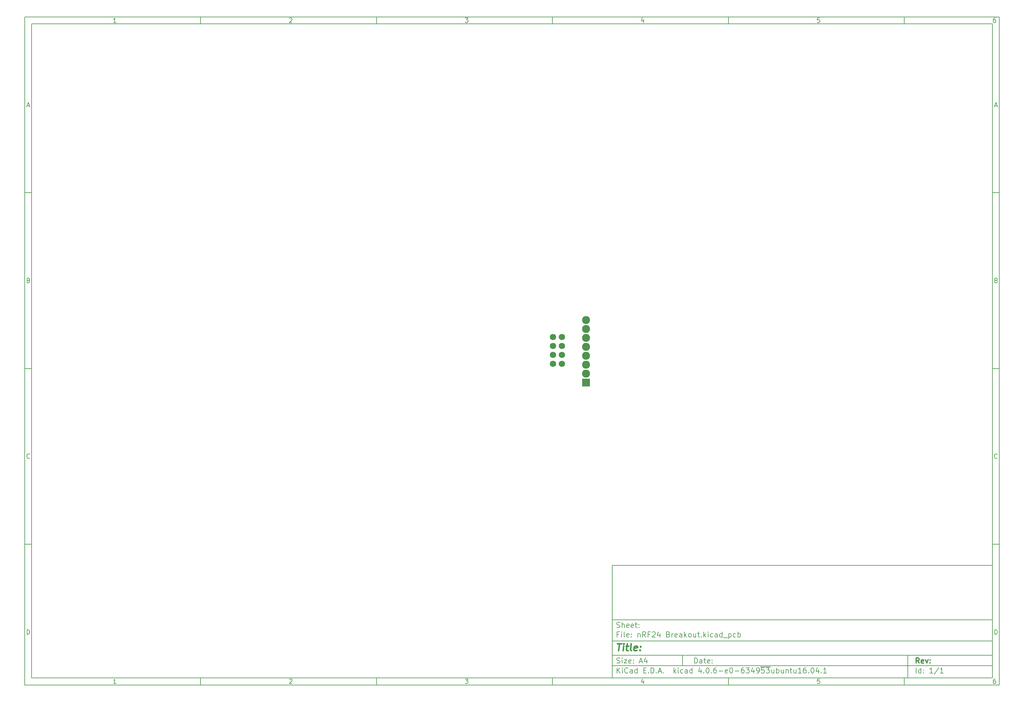
<source format=gts>
G04 #@! TF.FileFunction,Soldermask,Top*
%FSLAX46Y46*%
G04 Gerber Fmt 4.6, Leading zero omitted, Abs format (unit mm)*
G04 Created by KiCad (PCBNEW 4.0.6-e0-6349~53~ubuntu16.04.1) date Wed Jun 21 09:44:30 2017*
%MOMM*%
%LPD*%
G01*
G04 APERTURE LIST*
%ADD10C,0.100000*%
%ADD11C,0.150000*%
%ADD12C,0.300000*%
%ADD13C,0.400000*%
%ADD14R,2.279600X2.279600*%
%ADD15C,2.279600*%
%ADD16C,1.808000*%
G04 APERTURE END LIST*
D10*
D11*
X177002200Y-166007200D02*
X177002200Y-198007200D01*
X285002200Y-198007200D01*
X285002200Y-166007200D01*
X177002200Y-166007200D01*
D10*
D11*
X10000000Y-10000000D02*
X10000000Y-200007200D01*
X287002200Y-200007200D01*
X287002200Y-10000000D01*
X10000000Y-10000000D01*
D10*
D11*
X12000000Y-12000000D02*
X12000000Y-198007200D01*
X285002200Y-198007200D01*
X285002200Y-12000000D01*
X12000000Y-12000000D01*
D10*
D11*
X60000000Y-12000000D02*
X60000000Y-10000000D01*
D10*
D11*
X110000000Y-12000000D02*
X110000000Y-10000000D01*
D10*
D11*
X160000000Y-12000000D02*
X160000000Y-10000000D01*
D10*
D11*
X210000000Y-12000000D02*
X210000000Y-10000000D01*
D10*
D11*
X260000000Y-12000000D02*
X260000000Y-10000000D01*
D10*
D11*
X35990476Y-11588095D02*
X35247619Y-11588095D01*
X35619048Y-11588095D02*
X35619048Y-10288095D01*
X35495238Y-10473810D01*
X35371429Y-10597619D01*
X35247619Y-10659524D01*
D10*
D11*
X85247619Y-10411905D02*
X85309524Y-10350000D01*
X85433333Y-10288095D01*
X85742857Y-10288095D01*
X85866667Y-10350000D01*
X85928571Y-10411905D01*
X85990476Y-10535714D01*
X85990476Y-10659524D01*
X85928571Y-10845238D01*
X85185714Y-11588095D01*
X85990476Y-11588095D01*
D10*
D11*
X135185714Y-10288095D02*
X135990476Y-10288095D01*
X135557143Y-10783333D01*
X135742857Y-10783333D01*
X135866667Y-10845238D01*
X135928571Y-10907143D01*
X135990476Y-11030952D01*
X135990476Y-11340476D01*
X135928571Y-11464286D01*
X135866667Y-11526190D01*
X135742857Y-11588095D01*
X135371429Y-11588095D01*
X135247619Y-11526190D01*
X135185714Y-11464286D01*
D10*
D11*
X185866667Y-10721429D02*
X185866667Y-11588095D01*
X185557143Y-10226190D02*
X185247619Y-11154762D01*
X186052381Y-11154762D01*
D10*
D11*
X235928571Y-10288095D02*
X235309524Y-10288095D01*
X235247619Y-10907143D01*
X235309524Y-10845238D01*
X235433333Y-10783333D01*
X235742857Y-10783333D01*
X235866667Y-10845238D01*
X235928571Y-10907143D01*
X235990476Y-11030952D01*
X235990476Y-11340476D01*
X235928571Y-11464286D01*
X235866667Y-11526190D01*
X235742857Y-11588095D01*
X235433333Y-11588095D01*
X235309524Y-11526190D01*
X235247619Y-11464286D01*
D10*
D11*
X285866667Y-10288095D02*
X285619048Y-10288095D01*
X285495238Y-10350000D01*
X285433333Y-10411905D01*
X285309524Y-10597619D01*
X285247619Y-10845238D01*
X285247619Y-11340476D01*
X285309524Y-11464286D01*
X285371429Y-11526190D01*
X285495238Y-11588095D01*
X285742857Y-11588095D01*
X285866667Y-11526190D01*
X285928571Y-11464286D01*
X285990476Y-11340476D01*
X285990476Y-11030952D01*
X285928571Y-10907143D01*
X285866667Y-10845238D01*
X285742857Y-10783333D01*
X285495238Y-10783333D01*
X285371429Y-10845238D01*
X285309524Y-10907143D01*
X285247619Y-11030952D01*
D10*
D11*
X60000000Y-198007200D02*
X60000000Y-200007200D01*
D10*
D11*
X110000000Y-198007200D02*
X110000000Y-200007200D01*
D10*
D11*
X160000000Y-198007200D02*
X160000000Y-200007200D01*
D10*
D11*
X210000000Y-198007200D02*
X210000000Y-200007200D01*
D10*
D11*
X260000000Y-198007200D02*
X260000000Y-200007200D01*
D10*
D11*
X35990476Y-199595295D02*
X35247619Y-199595295D01*
X35619048Y-199595295D02*
X35619048Y-198295295D01*
X35495238Y-198481010D01*
X35371429Y-198604819D01*
X35247619Y-198666724D01*
D10*
D11*
X85247619Y-198419105D02*
X85309524Y-198357200D01*
X85433333Y-198295295D01*
X85742857Y-198295295D01*
X85866667Y-198357200D01*
X85928571Y-198419105D01*
X85990476Y-198542914D01*
X85990476Y-198666724D01*
X85928571Y-198852438D01*
X85185714Y-199595295D01*
X85990476Y-199595295D01*
D10*
D11*
X135185714Y-198295295D02*
X135990476Y-198295295D01*
X135557143Y-198790533D01*
X135742857Y-198790533D01*
X135866667Y-198852438D01*
X135928571Y-198914343D01*
X135990476Y-199038152D01*
X135990476Y-199347676D01*
X135928571Y-199471486D01*
X135866667Y-199533390D01*
X135742857Y-199595295D01*
X135371429Y-199595295D01*
X135247619Y-199533390D01*
X135185714Y-199471486D01*
D10*
D11*
X185866667Y-198728629D02*
X185866667Y-199595295D01*
X185557143Y-198233390D02*
X185247619Y-199161962D01*
X186052381Y-199161962D01*
D10*
D11*
X235928571Y-198295295D02*
X235309524Y-198295295D01*
X235247619Y-198914343D01*
X235309524Y-198852438D01*
X235433333Y-198790533D01*
X235742857Y-198790533D01*
X235866667Y-198852438D01*
X235928571Y-198914343D01*
X235990476Y-199038152D01*
X235990476Y-199347676D01*
X235928571Y-199471486D01*
X235866667Y-199533390D01*
X235742857Y-199595295D01*
X235433333Y-199595295D01*
X235309524Y-199533390D01*
X235247619Y-199471486D01*
D10*
D11*
X285866667Y-198295295D02*
X285619048Y-198295295D01*
X285495238Y-198357200D01*
X285433333Y-198419105D01*
X285309524Y-198604819D01*
X285247619Y-198852438D01*
X285247619Y-199347676D01*
X285309524Y-199471486D01*
X285371429Y-199533390D01*
X285495238Y-199595295D01*
X285742857Y-199595295D01*
X285866667Y-199533390D01*
X285928571Y-199471486D01*
X285990476Y-199347676D01*
X285990476Y-199038152D01*
X285928571Y-198914343D01*
X285866667Y-198852438D01*
X285742857Y-198790533D01*
X285495238Y-198790533D01*
X285371429Y-198852438D01*
X285309524Y-198914343D01*
X285247619Y-199038152D01*
D10*
D11*
X10000000Y-60000000D02*
X12000000Y-60000000D01*
D10*
D11*
X10000000Y-110000000D02*
X12000000Y-110000000D01*
D10*
D11*
X10000000Y-160000000D02*
X12000000Y-160000000D01*
D10*
D11*
X10690476Y-35216667D02*
X11309524Y-35216667D01*
X10566667Y-35588095D02*
X11000000Y-34288095D01*
X11433333Y-35588095D01*
D10*
D11*
X11092857Y-84907143D02*
X11278571Y-84969048D01*
X11340476Y-85030952D01*
X11402381Y-85154762D01*
X11402381Y-85340476D01*
X11340476Y-85464286D01*
X11278571Y-85526190D01*
X11154762Y-85588095D01*
X10659524Y-85588095D01*
X10659524Y-84288095D01*
X11092857Y-84288095D01*
X11216667Y-84350000D01*
X11278571Y-84411905D01*
X11340476Y-84535714D01*
X11340476Y-84659524D01*
X11278571Y-84783333D01*
X11216667Y-84845238D01*
X11092857Y-84907143D01*
X10659524Y-84907143D01*
D10*
D11*
X11402381Y-135464286D02*
X11340476Y-135526190D01*
X11154762Y-135588095D01*
X11030952Y-135588095D01*
X10845238Y-135526190D01*
X10721429Y-135402381D01*
X10659524Y-135278571D01*
X10597619Y-135030952D01*
X10597619Y-134845238D01*
X10659524Y-134597619D01*
X10721429Y-134473810D01*
X10845238Y-134350000D01*
X11030952Y-134288095D01*
X11154762Y-134288095D01*
X11340476Y-134350000D01*
X11402381Y-134411905D01*
D10*
D11*
X10659524Y-185588095D02*
X10659524Y-184288095D01*
X10969048Y-184288095D01*
X11154762Y-184350000D01*
X11278571Y-184473810D01*
X11340476Y-184597619D01*
X11402381Y-184845238D01*
X11402381Y-185030952D01*
X11340476Y-185278571D01*
X11278571Y-185402381D01*
X11154762Y-185526190D01*
X10969048Y-185588095D01*
X10659524Y-185588095D01*
D10*
D11*
X287002200Y-60000000D02*
X285002200Y-60000000D01*
D10*
D11*
X287002200Y-110000000D02*
X285002200Y-110000000D01*
D10*
D11*
X287002200Y-160000000D02*
X285002200Y-160000000D01*
D10*
D11*
X285692676Y-35216667D02*
X286311724Y-35216667D01*
X285568867Y-35588095D02*
X286002200Y-34288095D01*
X286435533Y-35588095D01*
D10*
D11*
X286095057Y-84907143D02*
X286280771Y-84969048D01*
X286342676Y-85030952D01*
X286404581Y-85154762D01*
X286404581Y-85340476D01*
X286342676Y-85464286D01*
X286280771Y-85526190D01*
X286156962Y-85588095D01*
X285661724Y-85588095D01*
X285661724Y-84288095D01*
X286095057Y-84288095D01*
X286218867Y-84350000D01*
X286280771Y-84411905D01*
X286342676Y-84535714D01*
X286342676Y-84659524D01*
X286280771Y-84783333D01*
X286218867Y-84845238D01*
X286095057Y-84907143D01*
X285661724Y-84907143D01*
D10*
D11*
X286404581Y-135464286D02*
X286342676Y-135526190D01*
X286156962Y-135588095D01*
X286033152Y-135588095D01*
X285847438Y-135526190D01*
X285723629Y-135402381D01*
X285661724Y-135278571D01*
X285599819Y-135030952D01*
X285599819Y-134845238D01*
X285661724Y-134597619D01*
X285723629Y-134473810D01*
X285847438Y-134350000D01*
X286033152Y-134288095D01*
X286156962Y-134288095D01*
X286342676Y-134350000D01*
X286404581Y-134411905D01*
D10*
D11*
X285661724Y-185588095D02*
X285661724Y-184288095D01*
X285971248Y-184288095D01*
X286156962Y-184350000D01*
X286280771Y-184473810D01*
X286342676Y-184597619D01*
X286404581Y-184845238D01*
X286404581Y-185030952D01*
X286342676Y-185278571D01*
X286280771Y-185402381D01*
X286156962Y-185526190D01*
X285971248Y-185588095D01*
X285661724Y-185588095D01*
D10*
D11*
X200359343Y-193785771D02*
X200359343Y-192285771D01*
X200716486Y-192285771D01*
X200930771Y-192357200D01*
X201073629Y-192500057D01*
X201145057Y-192642914D01*
X201216486Y-192928629D01*
X201216486Y-193142914D01*
X201145057Y-193428629D01*
X201073629Y-193571486D01*
X200930771Y-193714343D01*
X200716486Y-193785771D01*
X200359343Y-193785771D01*
X202502200Y-193785771D02*
X202502200Y-193000057D01*
X202430771Y-192857200D01*
X202287914Y-192785771D01*
X202002200Y-192785771D01*
X201859343Y-192857200D01*
X202502200Y-193714343D02*
X202359343Y-193785771D01*
X202002200Y-193785771D01*
X201859343Y-193714343D01*
X201787914Y-193571486D01*
X201787914Y-193428629D01*
X201859343Y-193285771D01*
X202002200Y-193214343D01*
X202359343Y-193214343D01*
X202502200Y-193142914D01*
X203002200Y-192785771D02*
X203573629Y-192785771D01*
X203216486Y-192285771D02*
X203216486Y-193571486D01*
X203287914Y-193714343D01*
X203430772Y-193785771D01*
X203573629Y-193785771D01*
X204645057Y-193714343D02*
X204502200Y-193785771D01*
X204216486Y-193785771D01*
X204073629Y-193714343D01*
X204002200Y-193571486D01*
X204002200Y-193000057D01*
X204073629Y-192857200D01*
X204216486Y-192785771D01*
X204502200Y-192785771D01*
X204645057Y-192857200D01*
X204716486Y-193000057D01*
X204716486Y-193142914D01*
X204002200Y-193285771D01*
X205359343Y-193642914D02*
X205430771Y-193714343D01*
X205359343Y-193785771D01*
X205287914Y-193714343D01*
X205359343Y-193642914D01*
X205359343Y-193785771D01*
X205359343Y-192857200D02*
X205430771Y-192928629D01*
X205359343Y-193000057D01*
X205287914Y-192928629D01*
X205359343Y-192857200D01*
X205359343Y-193000057D01*
D10*
D11*
X177002200Y-194507200D02*
X285002200Y-194507200D01*
D10*
D11*
X178359343Y-196585771D02*
X178359343Y-195085771D01*
X179216486Y-196585771D02*
X178573629Y-195728629D01*
X179216486Y-195085771D02*
X178359343Y-195942914D01*
X179859343Y-196585771D02*
X179859343Y-195585771D01*
X179859343Y-195085771D02*
X179787914Y-195157200D01*
X179859343Y-195228629D01*
X179930771Y-195157200D01*
X179859343Y-195085771D01*
X179859343Y-195228629D01*
X181430772Y-196442914D02*
X181359343Y-196514343D01*
X181145057Y-196585771D01*
X181002200Y-196585771D01*
X180787915Y-196514343D01*
X180645057Y-196371486D01*
X180573629Y-196228629D01*
X180502200Y-195942914D01*
X180502200Y-195728629D01*
X180573629Y-195442914D01*
X180645057Y-195300057D01*
X180787915Y-195157200D01*
X181002200Y-195085771D01*
X181145057Y-195085771D01*
X181359343Y-195157200D01*
X181430772Y-195228629D01*
X182716486Y-196585771D02*
X182716486Y-195800057D01*
X182645057Y-195657200D01*
X182502200Y-195585771D01*
X182216486Y-195585771D01*
X182073629Y-195657200D01*
X182716486Y-196514343D02*
X182573629Y-196585771D01*
X182216486Y-196585771D01*
X182073629Y-196514343D01*
X182002200Y-196371486D01*
X182002200Y-196228629D01*
X182073629Y-196085771D01*
X182216486Y-196014343D01*
X182573629Y-196014343D01*
X182716486Y-195942914D01*
X184073629Y-196585771D02*
X184073629Y-195085771D01*
X184073629Y-196514343D02*
X183930772Y-196585771D01*
X183645058Y-196585771D01*
X183502200Y-196514343D01*
X183430772Y-196442914D01*
X183359343Y-196300057D01*
X183359343Y-195871486D01*
X183430772Y-195728629D01*
X183502200Y-195657200D01*
X183645058Y-195585771D01*
X183930772Y-195585771D01*
X184073629Y-195657200D01*
X185930772Y-195800057D02*
X186430772Y-195800057D01*
X186645058Y-196585771D02*
X185930772Y-196585771D01*
X185930772Y-195085771D01*
X186645058Y-195085771D01*
X187287915Y-196442914D02*
X187359343Y-196514343D01*
X187287915Y-196585771D01*
X187216486Y-196514343D01*
X187287915Y-196442914D01*
X187287915Y-196585771D01*
X188002201Y-196585771D02*
X188002201Y-195085771D01*
X188359344Y-195085771D01*
X188573629Y-195157200D01*
X188716487Y-195300057D01*
X188787915Y-195442914D01*
X188859344Y-195728629D01*
X188859344Y-195942914D01*
X188787915Y-196228629D01*
X188716487Y-196371486D01*
X188573629Y-196514343D01*
X188359344Y-196585771D01*
X188002201Y-196585771D01*
X189502201Y-196442914D02*
X189573629Y-196514343D01*
X189502201Y-196585771D01*
X189430772Y-196514343D01*
X189502201Y-196442914D01*
X189502201Y-196585771D01*
X190145058Y-196157200D02*
X190859344Y-196157200D01*
X190002201Y-196585771D02*
X190502201Y-195085771D01*
X191002201Y-196585771D01*
X191502201Y-196442914D02*
X191573629Y-196514343D01*
X191502201Y-196585771D01*
X191430772Y-196514343D01*
X191502201Y-196442914D01*
X191502201Y-196585771D01*
X194502201Y-196585771D02*
X194502201Y-195085771D01*
X194645058Y-196014343D02*
X195073629Y-196585771D01*
X195073629Y-195585771D02*
X194502201Y-196157200D01*
X195716487Y-196585771D02*
X195716487Y-195585771D01*
X195716487Y-195085771D02*
X195645058Y-195157200D01*
X195716487Y-195228629D01*
X195787915Y-195157200D01*
X195716487Y-195085771D01*
X195716487Y-195228629D01*
X197073630Y-196514343D02*
X196930773Y-196585771D01*
X196645059Y-196585771D01*
X196502201Y-196514343D01*
X196430773Y-196442914D01*
X196359344Y-196300057D01*
X196359344Y-195871486D01*
X196430773Y-195728629D01*
X196502201Y-195657200D01*
X196645059Y-195585771D01*
X196930773Y-195585771D01*
X197073630Y-195657200D01*
X198359344Y-196585771D02*
X198359344Y-195800057D01*
X198287915Y-195657200D01*
X198145058Y-195585771D01*
X197859344Y-195585771D01*
X197716487Y-195657200D01*
X198359344Y-196514343D02*
X198216487Y-196585771D01*
X197859344Y-196585771D01*
X197716487Y-196514343D01*
X197645058Y-196371486D01*
X197645058Y-196228629D01*
X197716487Y-196085771D01*
X197859344Y-196014343D01*
X198216487Y-196014343D01*
X198359344Y-195942914D01*
X199716487Y-196585771D02*
X199716487Y-195085771D01*
X199716487Y-196514343D02*
X199573630Y-196585771D01*
X199287916Y-196585771D01*
X199145058Y-196514343D01*
X199073630Y-196442914D01*
X199002201Y-196300057D01*
X199002201Y-195871486D01*
X199073630Y-195728629D01*
X199145058Y-195657200D01*
X199287916Y-195585771D01*
X199573630Y-195585771D01*
X199716487Y-195657200D01*
X202216487Y-195585771D02*
X202216487Y-196585771D01*
X201859344Y-195014343D02*
X201502201Y-196085771D01*
X202430773Y-196085771D01*
X203002201Y-196442914D02*
X203073629Y-196514343D01*
X203002201Y-196585771D01*
X202930772Y-196514343D01*
X203002201Y-196442914D01*
X203002201Y-196585771D01*
X204002201Y-195085771D02*
X204145058Y-195085771D01*
X204287915Y-195157200D01*
X204359344Y-195228629D01*
X204430773Y-195371486D01*
X204502201Y-195657200D01*
X204502201Y-196014343D01*
X204430773Y-196300057D01*
X204359344Y-196442914D01*
X204287915Y-196514343D01*
X204145058Y-196585771D01*
X204002201Y-196585771D01*
X203859344Y-196514343D01*
X203787915Y-196442914D01*
X203716487Y-196300057D01*
X203645058Y-196014343D01*
X203645058Y-195657200D01*
X203716487Y-195371486D01*
X203787915Y-195228629D01*
X203859344Y-195157200D01*
X204002201Y-195085771D01*
X205145058Y-196442914D02*
X205216486Y-196514343D01*
X205145058Y-196585771D01*
X205073629Y-196514343D01*
X205145058Y-196442914D01*
X205145058Y-196585771D01*
X206502201Y-195085771D02*
X206216487Y-195085771D01*
X206073630Y-195157200D01*
X206002201Y-195228629D01*
X205859344Y-195442914D01*
X205787915Y-195728629D01*
X205787915Y-196300057D01*
X205859344Y-196442914D01*
X205930772Y-196514343D01*
X206073630Y-196585771D01*
X206359344Y-196585771D01*
X206502201Y-196514343D01*
X206573630Y-196442914D01*
X206645058Y-196300057D01*
X206645058Y-195942914D01*
X206573630Y-195800057D01*
X206502201Y-195728629D01*
X206359344Y-195657200D01*
X206073630Y-195657200D01*
X205930772Y-195728629D01*
X205859344Y-195800057D01*
X205787915Y-195942914D01*
X207287915Y-196014343D02*
X208430772Y-196014343D01*
X209716486Y-196514343D02*
X209573629Y-196585771D01*
X209287915Y-196585771D01*
X209145058Y-196514343D01*
X209073629Y-196371486D01*
X209073629Y-195800057D01*
X209145058Y-195657200D01*
X209287915Y-195585771D01*
X209573629Y-195585771D01*
X209716486Y-195657200D01*
X209787915Y-195800057D01*
X209787915Y-195942914D01*
X209073629Y-196085771D01*
X210716486Y-195085771D02*
X210859343Y-195085771D01*
X211002200Y-195157200D01*
X211073629Y-195228629D01*
X211145058Y-195371486D01*
X211216486Y-195657200D01*
X211216486Y-196014343D01*
X211145058Y-196300057D01*
X211073629Y-196442914D01*
X211002200Y-196514343D01*
X210859343Y-196585771D01*
X210716486Y-196585771D01*
X210573629Y-196514343D01*
X210502200Y-196442914D01*
X210430772Y-196300057D01*
X210359343Y-196014343D01*
X210359343Y-195657200D01*
X210430772Y-195371486D01*
X210502200Y-195228629D01*
X210573629Y-195157200D01*
X210716486Y-195085771D01*
X211859343Y-196014343D02*
X213002200Y-196014343D01*
X214359343Y-195085771D02*
X214073629Y-195085771D01*
X213930772Y-195157200D01*
X213859343Y-195228629D01*
X213716486Y-195442914D01*
X213645057Y-195728629D01*
X213645057Y-196300057D01*
X213716486Y-196442914D01*
X213787914Y-196514343D01*
X213930772Y-196585771D01*
X214216486Y-196585771D01*
X214359343Y-196514343D01*
X214430772Y-196442914D01*
X214502200Y-196300057D01*
X214502200Y-195942914D01*
X214430772Y-195800057D01*
X214359343Y-195728629D01*
X214216486Y-195657200D01*
X213930772Y-195657200D01*
X213787914Y-195728629D01*
X213716486Y-195800057D01*
X213645057Y-195942914D01*
X215002200Y-195085771D02*
X215930771Y-195085771D01*
X215430771Y-195657200D01*
X215645057Y-195657200D01*
X215787914Y-195728629D01*
X215859343Y-195800057D01*
X215930771Y-195942914D01*
X215930771Y-196300057D01*
X215859343Y-196442914D01*
X215787914Y-196514343D01*
X215645057Y-196585771D01*
X215216485Y-196585771D01*
X215073628Y-196514343D01*
X215002200Y-196442914D01*
X217216485Y-195585771D02*
X217216485Y-196585771D01*
X216859342Y-195014343D02*
X216502199Y-196085771D01*
X217430771Y-196085771D01*
X218073627Y-196585771D02*
X218359342Y-196585771D01*
X218502199Y-196514343D01*
X218573627Y-196442914D01*
X218716485Y-196228629D01*
X218787913Y-195942914D01*
X218787913Y-195371486D01*
X218716485Y-195228629D01*
X218645056Y-195157200D01*
X218502199Y-195085771D01*
X218216485Y-195085771D01*
X218073627Y-195157200D01*
X218002199Y-195228629D01*
X217930770Y-195371486D01*
X217930770Y-195728629D01*
X218002199Y-195871486D01*
X218073627Y-195942914D01*
X218216485Y-196014343D01*
X218502199Y-196014343D01*
X218645056Y-195942914D01*
X218716485Y-195871486D01*
X218787913Y-195728629D01*
X220145056Y-195085771D02*
X219430770Y-195085771D01*
X219359341Y-195800057D01*
X219430770Y-195728629D01*
X219573627Y-195657200D01*
X219930770Y-195657200D01*
X220073627Y-195728629D01*
X220145056Y-195800057D01*
X220216484Y-195942914D01*
X220216484Y-196300057D01*
X220145056Y-196442914D01*
X220073627Y-196514343D01*
X219930770Y-196585771D01*
X219573627Y-196585771D01*
X219430770Y-196514343D01*
X219359341Y-196442914D01*
X220716484Y-195085771D02*
X221645055Y-195085771D01*
X221145055Y-195657200D01*
X221359341Y-195657200D01*
X221502198Y-195728629D01*
X221573627Y-195800057D01*
X221645055Y-195942914D01*
X221645055Y-196300057D01*
X221573627Y-196442914D01*
X221502198Y-196514343D01*
X221359341Y-196585771D01*
X220930769Y-196585771D01*
X220787912Y-196514343D01*
X220716484Y-196442914D01*
X219073627Y-194827200D02*
X221930769Y-194827200D01*
X222930769Y-195585771D02*
X222930769Y-196585771D01*
X222287912Y-195585771D02*
X222287912Y-196371486D01*
X222359340Y-196514343D01*
X222502198Y-196585771D01*
X222716483Y-196585771D01*
X222859340Y-196514343D01*
X222930769Y-196442914D01*
X223645055Y-196585771D02*
X223645055Y-195085771D01*
X223645055Y-195657200D02*
X223787912Y-195585771D01*
X224073626Y-195585771D01*
X224216483Y-195657200D01*
X224287912Y-195728629D01*
X224359341Y-195871486D01*
X224359341Y-196300057D01*
X224287912Y-196442914D01*
X224216483Y-196514343D01*
X224073626Y-196585771D01*
X223787912Y-196585771D01*
X223645055Y-196514343D01*
X225645055Y-195585771D02*
X225645055Y-196585771D01*
X225002198Y-195585771D02*
X225002198Y-196371486D01*
X225073626Y-196514343D01*
X225216484Y-196585771D01*
X225430769Y-196585771D01*
X225573626Y-196514343D01*
X225645055Y-196442914D01*
X226359341Y-195585771D02*
X226359341Y-196585771D01*
X226359341Y-195728629D02*
X226430769Y-195657200D01*
X226573627Y-195585771D01*
X226787912Y-195585771D01*
X226930769Y-195657200D01*
X227002198Y-195800057D01*
X227002198Y-196585771D01*
X227502198Y-195585771D02*
X228073627Y-195585771D01*
X227716484Y-195085771D02*
X227716484Y-196371486D01*
X227787912Y-196514343D01*
X227930770Y-196585771D01*
X228073627Y-196585771D01*
X229216484Y-195585771D02*
X229216484Y-196585771D01*
X228573627Y-195585771D02*
X228573627Y-196371486D01*
X228645055Y-196514343D01*
X228787913Y-196585771D01*
X229002198Y-196585771D01*
X229145055Y-196514343D01*
X229216484Y-196442914D01*
X230716484Y-196585771D02*
X229859341Y-196585771D01*
X230287913Y-196585771D02*
X230287913Y-195085771D01*
X230145056Y-195300057D01*
X230002198Y-195442914D01*
X229859341Y-195514343D01*
X232002198Y-195085771D02*
X231716484Y-195085771D01*
X231573627Y-195157200D01*
X231502198Y-195228629D01*
X231359341Y-195442914D01*
X231287912Y-195728629D01*
X231287912Y-196300057D01*
X231359341Y-196442914D01*
X231430769Y-196514343D01*
X231573627Y-196585771D01*
X231859341Y-196585771D01*
X232002198Y-196514343D01*
X232073627Y-196442914D01*
X232145055Y-196300057D01*
X232145055Y-195942914D01*
X232073627Y-195800057D01*
X232002198Y-195728629D01*
X231859341Y-195657200D01*
X231573627Y-195657200D01*
X231430769Y-195728629D01*
X231359341Y-195800057D01*
X231287912Y-195942914D01*
X232787912Y-196442914D02*
X232859340Y-196514343D01*
X232787912Y-196585771D01*
X232716483Y-196514343D01*
X232787912Y-196442914D01*
X232787912Y-196585771D01*
X233787912Y-195085771D02*
X233930769Y-195085771D01*
X234073626Y-195157200D01*
X234145055Y-195228629D01*
X234216484Y-195371486D01*
X234287912Y-195657200D01*
X234287912Y-196014343D01*
X234216484Y-196300057D01*
X234145055Y-196442914D01*
X234073626Y-196514343D01*
X233930769Y-196585771D01*
X233787912Y-196585771D01*
X233645055Y-196514343D01*
X233573626Y-196442914D01*
X233502198Y-196300057D01*
X233430769Y-196014343D01*
X233430769Y-195657200D01*
X233502198Y-195371486D01*
X233573626Y-195228629D01*
X233645055Y-195157200D01*
X233787912Y-195085771D01*
X235573626Y-195585771D02*
X235573626Y-196585771D01*
X235216483Y-195014343D02*
X234859340Y-196085771D01*
X235787912Y-196085771D01*
X236359340Y-196442914D02*
X236430768Y-196514343D01*
X236359340Y-196585771D01*
X236287911Y-196514343D01*
X236359340Y-196442914D01*
X236359340Y-196585771D01*
X237859340Y-196585771D02*
X237002197Y-196585771D01*
X237430769Y-196585771D02*
X237430769Y-195085771D01*
X237287912Y-195300057D01*
X237145054Y-195442914D01*
X237002197Y-195514343D01*
D10*
D11*
X177002200Y-191507200D02*
X285002200Y-191507200D01*
D10*
D12*
X264216486Y-193785771D02*
X263716486Y-193071486D01*
X263359343Y-193785771D02*
X263359343Y-192285771D01*
X263930771Y-192285771D01*
X264073629Y-192357200D01*
X264145057Y-192428629D01*
X264216486Y-192571486D01*
X264216486Y-192785771D01*
X264145057Y-192928629D01*
X264073629Y-193000057D01*
X263930771Y-193071486D01*
X263359343Y-193071486D01*
X265430771Y-193714343D02*
X265287914Y-193785771D01*
X265002200Y-193785771D01*
X264859343Y-193714343D01*
X264787914Y-193571486D01*
X264787914Y-193000057D01*
X264859343Y-192857200D01*
X265002200Y-192785771D01*
X265287914Y-192785771D01*
X265430771Y-192857200D01*
X265502200Y-193000057D01*
X265502200Y-193142914D01*
X264787914Y-193285771D01*
X266002200Y-192785771D02*
X266359343Y-193785771D01*
X266716485Y-192785771D01*
X267287914Y-193642914D02*
X267359342Y-193714343D01*
X267287914Y-193785771D01*
X267216485Y-193714343D01*
X267287914Y-193642914D01*
X267287914Y-193785771D01*
X267287914Y-192857200D02*
X267359342Y-192928629D01*
X267287914Y-193000057D01*
X267216485Y-192928629D01*
X267287914Y-192857200D01*
X267287914Y-193000057D01*
D10*
D11*
X178287914Y-193714343D02*
X178502200Y-193785771D01*
X178859343Y-193785771D01*
X179002200Y-193714343D01*
X179073629Y-193642914D01*
X179145057Y-193500057D01*
X179145057Y-193357200D01*
X179073629Y-193214343D01*
X179002200Y-193142914D01*
X178859343Y-193071486D01*
X178573629Y-193000057D01*
X178430771Y-192928629D01*
X178359343Y-192857200D01*
X178287914Y-192714343D01*
X178287914Y-192571486D01*
X178359343Y-192428629D01*
X178430771Y-192357200D01*
X178573629Y-192285771D01*
X178930771Y-192285771D01*
X179145057Y-192357200D01*
X179787914Y-193785771D02*
X179787914Y-192785771D01*
X179787914Y-192285771D02*
X179716485Y-192357200D01*
X179787914Y-192428629D01*
X179859342Y-192357200D01*
X179787914Y-192285771D01*
X179787914Y-192428629D01*
X180359343Y-192785771D02*
X181145057Y-192785771D01*
X180359343Y-193785771D01*
X181145057Y-193785771D01*
X182287914Y-193714343D02*
X182145057Y-193785771D01*
X181859343Y-193785771D01*
X181716486Y-193714343D01*
X181645057Y-193571486D01*
X181645057Y-193000057D01*
X181716486Y-192857200D01*
X181859343Y-192785771D01*
X182145057Y-192785771D01*
X182287914Y-192857200D01*
X182359343Y-193000057D01*
X182359343Y-193142914D01*
X181645057Y-193285771D01*
X183002200Y-193642914D02*
X183073628Y-193714343D01*
X183002200Y-193785771D01*
X182930771Y-193714343D01*
X183002200Y-193642914D01*
X183002200Y-193785771D01*
X183002200Y-192857200D02*
X183073628Y-192928629D01*
X183002200Y-193000057D01*
X182930771Y-192928629D01*
X183002200Y-192857200D01*
X183002200Y-193000057D01*
X184787914Y-193357200D02*
X185502200Y-193357200D01*
X184645057Y-193785771D02*
X185145057Y-192285771D01*
X185645057Y-193785771D01*
X186787914Y-192785771D02*
X186787914Y-193785771D01*
X186430771Y-192214343D02*
X186073628Y-193285771D01*
X187002200Y-193285771D01*
D10*
D11*
X263359343Y-196585771D02*
X263359343Y-195085771D01*
X264716486Y-196585771D02*
X264716486Y-195085771D01*
X264716486Y-196514343D02*
X264573629Y-196585771D01*
X264287915Y-196585771D01*
X264145057Y-196514343D01*
X264073629Y-196442914D01*
X264002200Y-196300057D01*
X264002200Y-195871486D01*
X264073629Y-195728629D01*
X264145057Y-195657200D01*
X264287915Y-195585771D01*
X264573629Y-195585771D01*
X264716486Y-195657200D01*
X265430772Y-196442914D02*
X265502200Y-196514343D01*
X265430772Y-196585771D01*
X265359343Y-196514343D01*
X265430772Y-196442914D01*
X265430772Y-196585771D01*
X265430772Y-195657200D02*
X265502200Y-195728629D01*
X265430772Y-195800057D01*
X265359343Y-195728629D01*
X265430772Y-195657200D01*
X265430772Y-195800057D01*
X268073629Y-196585771D02*
X267216486Y-196585771D01*
X267645058Y-196585771D02*
X267645058Y-195085771D01*
X267502201Y-195300057D01*
X267359343Y-195442914D01*
X267216486Y-195514343D01*
X269787914Y-195014343D02*
X268502200Y-196942914D01*
X271073629Y-196585771D02*
X270216486Y-196585771D01*
X270645058Y-196585771D02*
X270645058Y-195085771D01*
X270502201Y-195300057D01*
X270359343Y-195442914D01*
X270216486Y-195514343D01*
D10*
D11*
X177002200Y-187507200D02*
X285002200Y-187507200D01*
D10*
D13*
X178454581Y-188211962D02*
X179597438Y-188211962D01*
X178776010Y-190211962D02*
X179026010Y-188211962D01*
X180014105Y-190211962D02*
X180180771Y-188878629D01*
X180264105Y-188211962D02*
X180156962Y-188307200D01*
X180240295Y-188402438D01*
X180347439Y-188307200D01*
X180264105Y-188211962D01*
X180240295Y-188402438D01*
X180847438Y-188878629D02*
X181609343Y-188878629D01*
X181216486Y-188211962D02*
X181002200Y-189926248D01*
X181073630Y-190116724D01*
X181252201Y-190211962D01*
X181442677Y-190211962D01*
X182395058Y-190211962D02*
X182216487Y-190116724D01*
X182145057Y-189926248D01*
X182359343Y-188211962D01*
X183930772Y-190116724D02*
X183728391Y-190211962D01*
X183347439Y-190211962D01*
X183168867Y-190116724D01*
X183097438Y-189926248D01*
X183192676Y-189164343D01*
X183311724Y-188973867D01*
X183514105Y-188878629D01*
X183895057Y-188878629D01*
X184073629Y-188973867D01*
X184145057Y-189164343D01*
X184121248Y-189354819D01*
X183145057Y-189545295D01*
X184895057Y-190021486D02*
X184978392Y-190116724D01*
X184871248Y-190211962D01*
X184787915Y-190116724D01*
X184895057Y-190021486D01*
X184871248Y-190211962D01*
X185026010Y-188973867D02*
X185109344Y-189069105D01*
X185002200Y-189164343D01*
X184918867Y-189069105D01*
X185026010Y-188973867D01*
X185002200Y-189164343D01*
D10*
D11*
X178859343Y-185600057D02*
X178359343Y-185600057D01*
X178359343Y-186385771D02*
X178359343Y-184885771D01*
X179073629Y-184885771D01*
X179645057Y-186385771D02*
X179645057Y-185385771D01*
X179645057Y-184885771D02*
X179573628Y-184957200D01*
X179645057Y-185028629D01*
X179716485Y-184957200D01*
X179645057Y-184885771D01*
X179645057Y-185028629D01*
X180573629Y-186385771D02*
X180430771Y-186314343D01*
X180359343Y-186171486D01*
X180359343Y-184885771D01*
X181716485Y-186314343D02*
X181573628Y-186385771D01*
X181287914Y-186385771D01*
X181145057Y-186314343D01*
X181073628Y-186171486D01*
X181073628Y-185600057D01*
X181145057Y-185457200D01*
X181287914Y-185385771D01*
X181573628Y-185385771D01*
X181716485Y-185457200D01*
X181787914Y-185600057D01*
X181787914Y-185742914D01*
X181073628Y-185885771D01*
X182430771Y-186242914D02*
X182502199Y-186314343D01*
X182430771Y-186385771D01*
X182359342Y-186314343D01*
X182430771Y-186242914D01*
X182430771Y-186385771D01*
X182430771Y-185457200D02*
X182502199Y-185528629D01*
X182430771Y-185600057D01*
X182359342Y-185528629D01*
X182430771Y-185457200D01*
X182430771Y-185600057D01*
X184287914Y-185385771D02*
X184287914Y-186385771D01*
X184287914Y-185528629D02*
X184359342Y-185457200D01*
X184502200Y-185385771D01*
X184716485Y-185385771D01*
X184859342Y-185457200D01*
X184930771Y-185600057D01*
X184930771Y-186385771D01*
X186502200Y-186385771D02*
X186002200Y-185671486D01*
X185645057Y-186385771D02*
X185645057Y-184885771D01*
X186216485Y-184885771D01*
X186359343Y-184957200D01*
X186430771Y-185028629D01*
X186502200Y-185171486D01*
X186502200Y-185385771D01*
X186430771Y-185528629D01*
X186359343Y-185600057D01*
X186216485Y-185671486D01*
X185645057Y-185671486D01*
X187645057Y-185600057D02*
X187145057Y-185600057D01*
X187145057Y-186385771D02*
X187145057Y-184885771D01*
X187859343Y-184885771D01*
X188359342Y-185028629D02*
X188430771Y-184957200D01*
X188573628Y-184885771D01*
X188930771Y-184885771D01*
X189073628Y-184957200D01*
X189145057Y-185028629D01*
X189216485Y-185171486D01*
X189216485Y-185314343D01*
X189145057Y-185528629D01*
X188287914Y-186385771D01*
X189216485Y-186385771D01*
X190502199Y-185385771D02*
X190502199Y-186385771D01*
X190145056Y-184814343D02*
X189787913Y-185885771D01*
X190716485Y-185885771D01*
X192930770Y-185600057D02*
X193145056Y-185671486D01*
X193216484Y-185742914D01*
X193287913Y-185885771D01*
X193287913Y-186100057D01*
X193216484Y-186242914D01*
X193145056Y-186314343D01*
X193002198Y-186385771D01*
X192430770Y-186385771D01*
X192430770Y-184885771D01*
X192930770Y-184885771D01*
X193073627Y-184957200D01*
X193145056Y-185028629D01*
X193216484Y-185171486D01*
X193216484Y-185314343D01*
X193145056Y-185457200D01*
X193073627Y-185528629D01*
X192930770Y-185600057D01*
X192430770Y-185600057D01*
X193930770Y-186385771D02*
X193930770Y-185385771D01*
X193930770Y-185671486D02*
X194002198Y-185528629D01*
X194073627Y-185457200D01*
X194216484Y-185385771D01*
X194359341Y-185385771D01*
X195430769Y-186314343D02*
X195287912Y-186385771D01*
X195002198Y-186385771D01*
X194859341Y-186314343D01*
X194787912Y-186171486D01*
X194787912Y-185600057D01*
X194859341Y-185457200D01*
X195002198Y-185385771D01*
X195287912Y-185385771D01*
X195430769Y-185457200D01*
X195502198Y-185600057D01*
X195502198Y-185742914D01*
X194787912Y-185885771D01*
X196787912Y-186385771D02*
X196787912Y-185600057D01*
X196716483Y-185457200D01*
X196573626Y-185385771D01*
X196287912Y-185385771D01*
X196145055Y-185457200D01*
X196787912Y-186314343D02*
X196645055Y-186385771D01*
X196287912Y-186385771D01*
X196145055Y-186314343D01*
X196073626Y-186171486D01*
X196073626Y-186028629D01*
X196145055Y-185885771D01*
X196287912Y-185814343D01*
X196645055Y-185814343D01*
X196787912Y-185742914D01*
X197502198Y-186385771D02*
X197502198Y-184885771D01*
X197645055Y-185814343D02*
X198073626Y-186385771D01*
X198073626Y-185385771D02*
X197502198Y-185957200D01*
X198930770Y-186385771D02*
X198787912Y-186314343D01*
X198716484Y-186242914D01*
X198645055Y-186100057D01*
X198645055Y-185671486D01*
X198716484Y-185528629D01*
X198787912Y-185457200D01*
X198930770Y-185385771D01*
X199145055Y-185385771D01*
X199287912Y-185457200D01*
X199359341Y-185528629D01*
X199430770Y-185671486D01*
X199430770Y-186100057D01*
X199359341Y-186242914D01*
X199287912Y-186314343D01*
X199145055Y-186385771D01*
X198930770Y-186385771D01*
X200716484Y-185385771D02*
X200716484Y-186385771D01*
X200073627Y-185385771D02*
X200073627Y-186171486D01*
X200145055Y-186314343D01*
X200287913Y-186385771D01*
X200502198Y-186385771D01*
X200645055Y-186314343D01*
X200716484Y-186242914D01*
X201216484Y-185385771D02*
X201787913Y-185385771D01*
X201430770Y-184885771D02*
X201430770Y-186171486D01*
X201502198Y-186314343D01*
X201645056Y-186385771D01*
X201787913Y-186385771D01*
X202287913Y-186242914D02*
X202359341Y-186314343D01*
X202287913Y-186385771D01*
X202216484Y-186314343D01*
X202287913Y-186242914D01*
X202287913Y-186385771D01*
X203002199Y-186385771D02*
X203002199Y-184885771D01*
X203145056Y-185814343D02*
X203573627Y-186385771D01*
X203573627Y-185385771D02*
X203002199Y-185957200D01*
X204216485Y-186385771D02*
X204216485Y-185385771D01*
X204216485Y-184885771D02*
X204145056Y-184957200D01*
X204216485Y-185028629D01*
X204287913Y-184957200D01*
X204216485Y-184885771D01*
X204216485Y-185028629D01*
X205573628Y-186314343D02*
X205430771Y-186385771D01*
X205145057Y-186385771D01*
X205002199Y-186314343D01*
X204930771Y-186242914D01*
X204859342Y-186100057D01*
X204859342Y-185671486D01*
X204930771Y-185528629D01*
X205002199Y-185457200D01*
X205145057Y-185385771D01*
X205430771Y-185385771D01*
X205573628Y-185457200D01*
X206859342Y-186385771D02*
X206859342Y-185600057D01*
X206787913Y-185457200D01*
X206645056Y-185385771D01*
X206359342Y-185385771D01*
X206216485Y-185457200D01*
X206859342Y-186314343D02*
X206716485Y-186385771D01*
X206359342Y-186385771D01*
X206216485Y-186314343D01*
X206145056Y-186171486D01*
X206145056Y-186028629D01*
X206216485Y-185885771D01*
X206359342Y-185814343D01*
X206716485Y-185814343D01*
X206859342Y-185742914D01*
X208216485Y-186385771D02*
X208216485Y-184885771D01*
X208216485Y-186314343D02*
X208073628Y-186385771D01*
X207787914Y-186385771D01*
X207645056Y-186314343D01*
X207573628Y-186242914D01*
X207502199Y-186100057D01*
X207502199Y-185671486D01*
X207573628Y-185528629D01*
X207645056Y-185457200D01*
X207787914Y-185385771D01*
X208073628Y-185385771D01*
X208216485Y-185457200D01*
X208573628Y-186528629D02*
X209716485Y-186528629D01*
X210073628Y-185385771D02*
X210073628Y-186885771D01*
X210073628Y-185457200D02*
X210216485Y-185385771D01*
X210502199Y-185385771D01*
X210645056Y-185457200D01*
X210716485Y-185528629D01*
X210787914Y-185671486D01*
X210787914Y-186100057D01*
X210716485Y-186242914D01*
X210645056Y-186314343D01*
X210502199Y-186385771D01*
X210216485Y-186385771D01*
X210073628Y-186314343D01*
X212073628Y-186314343D02*
X211930771Y-186385771D01*
X211645057Y-186385771D01*
X211502199Y-186314343D01*
X211430771Y-186242914D01*
X211359342Y-186100057D01*
X211359342Y-185671486D01*
X211430771Y-185528629D01*
X211502199Y-185457200D01*
X211645057Y-185385771D01*
X211930771Y-185385771D01*
X212073628Y-185457200D01*
X212716485Y-186385771D02*
X212716485Y-184885771D01*
X212716485Y-185457200D02*
X212859342Y-185385771D01*
X213145056Y-185385771D01*
X213287913Y-185457200D01*
X213359342Y-185528629D01*
X213430771Y-185671486D01*
X213430771Y-186100057D01*
X213359342Y-186242914D01*
X213287913Y-186314343D01*
X213145056Y-186385771D01*
X212859342Y-186385771D01*
X212716485Y-186314343D01*
D10*
D11*
X177002200Y-181507200D02*
X285002200Y-181507200D01*
D10*
D11*
X178287914Y-183614343D02*
X178502200Y-183685771D01*
X178859343Y-183685771D01*
X179002200Y-183614343D01*
X179073629Y-183542914D01*
X179145057Y-183400057D01*
X179145057Y-183257200D01*
X179073629Y-183114343D01*
X179002200Y-183042914D01*
X178859343Y-182971486D01*
X178573629Y-182900057D01*
X178430771Y-182828629D01*
X178359343Y-182757200D01*
X178287914Y-182614343D01*
X178287914Y-182471486D01*
X178359343Y-182328629D01*
X178430771Y-182257200D01*
X178573629Y-182185771D01*
X178930771Y-182185771D01*
X179145057Y-182257200D01*
X179787914Y-183685771D02*
X179787914Y-182185771D01*
X180430771Y-183685771D02*
X180430771Y-182900057D01*
X180359342Y-182757200D01*
X180216485Y-182685771D01*
X180002200Y-182685771D01*
X179859342Y-182757200D01*
X179787914Y-182828629D01*
X181716485Y-183614343D02*
X181573628Y-183685771D01*
X181287914Y-183685771D01*
X181145057Y-183614343D01*
X181073628Y-183471486D01*
X181073628Y-182900057D01*
X181145057Y-182757200D01*
X181287914Y-182685771D01*
X181573628Y-182685771D01*
X181716485Y-182757200D01*
X181787914Y-182900057D01*
X181787914Y-183042914D01*
X181073628Y-183185771D01*
X183002199Y-183614343D02*
X182859342Y-183685771D01*
X182573628Y-183685771D01*
X182430771Y-183614343D01*
X182359342Y-183471486D01*
X182359342Y-182900057D01*
X182430771Y-182757200D01*
X182573628Y-182685771D01*
X182859342Y-182685771D01*
X183002199Y-182757200D01*
X183073628Y-182900057D01*
X183073628Y-183042914D01*
X182359342Y-183185771D01*
X183502199Y-182685771D02*
X184073628Y-182685771D01*
X183716485Y-182185771D02*
X183716485Y-183471486D01*
X183787913Y-183614343D01*
X183930771Y-183685771D01*
X184073628Y-183685771D01*
X184573628Y-183542914D02*
X184645056Y-183614343D01*
X184573628Y-183685771D01*
X184502199Y-183614343D01*
X184573628Y-183542914D01*
X184573628Y-183685771D01*
X184573628Y-182757200D02*
X184645056Y-182828629D01*
X184573628Y-182900057D01*
X184502199Y-182828629D01*
X184573628Y-182757200D01*
X184573628Y-182900057D01*
D10*
D11*
X197002200Y-191507200D02*
X197002200Y-194507200D01*
D10*
D11*
X261002200Y-191507200D02*
X261002200Y-198007200D01*
D14*
X169510000Y-113970000D03*
D15*
X169510000Y-111430000D03*
X169510000Y-108890000D03*
X169510000Y-106350000D03*
X169510000Y-103810000D03*
X169510000Y-101270000D03*
X169510000Y-98730000D03*
X169510000Y-96190000D03*
D16*
X162641359Y-108649301D03*
X160101359Y-108649301D03*
X162641359Y-106109301D03*
X160101359Y-106109301D03*
X162641359Y-103569301D03*
X160101359Y-103569301D03*
X162641359Y-101029301D03*
X160101359Y-101029301D03*
M02*

</source>
